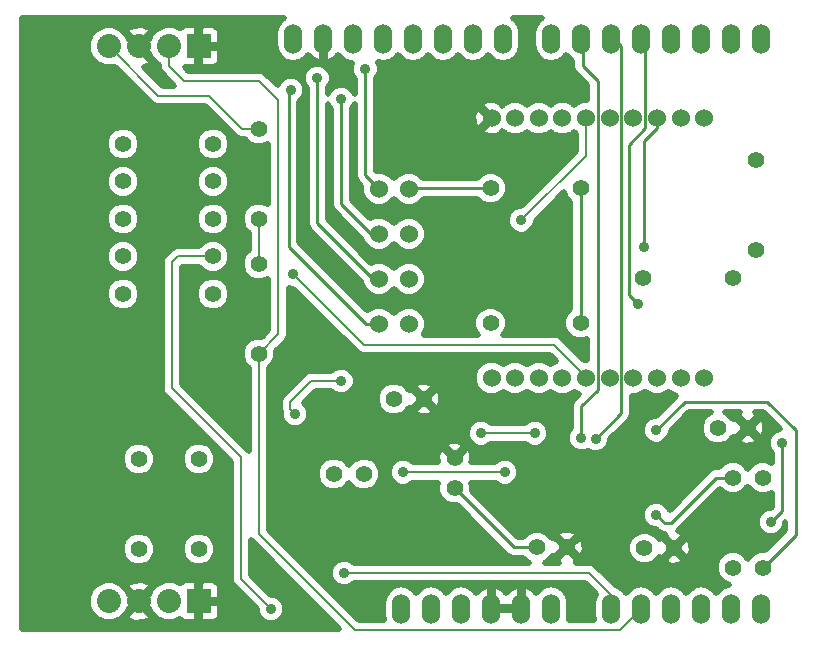
<source format=gbl>
G04 (created by PCBNEW (2013-07-07 BZR 4022)-stable) date 1/23/2017 8:00:41 PM*
%MOIN*%
G04 Gerber Fmt 3.4, Leading zero omitted, Abs format*
%FSLAX34Y34*%
G01*
G70*
G90*
G04 APERTURE LIST*
%ADD10C,0.00590551*%
%ADD11C,0.055*%
%ADD12R,0.08X0.08*%
%ADD13C,0.08*%
%ADD14O,0.06X0.1*%
%ADD15C,0.06*%
%ADD16C,0.035*%
%ADD17C,0.008*%
%ADD18C,0.01*%
%ADD19C,0.02*%
G04 APERTURE END LIST*
G54D10*
G54D11*
X56000Y-41000D03*
X57000Y-41000D03*
X54000Y-43500D03*
X55000Y-43500D03*
G54D12*
X49500Y-29250D03*
G54D13*
X48500Y-29250D03*
X47500Y-29250D03*
X46500Y-29250D03*
G54D12*
X49500Y-47750D03*
G54D13*
X48500Y-47750D03*
X47500Y-47750D03*
X46500Y-47750D03*
G54D11*
X49975Y-36250D03*
X46975Y-36250D03*
X51500Y-36500D03*
X51500Y-39500D03*
X51500Y-32000D03*
X51500Y-35000D03*
X47500Y-46000D03*
X47500Y-43000D03*
X49500Y-43000D03*
X49500Y-46000D03*
X62225Y-33975D03*
X59225Y-33975D03*
X68075Y-36025D03*
X68075Y-33025D03*
X62225Y-38475D03*
X59225Y-38475D03*
X67300Y-36975D03*
X64300Y-36975D03*
X49975Y-37500D03*
X46975Y-37500D03*
X49975Y-35000D03*
X46975Y-35000D03*
X49975Y-33750D03*
X46975Y-33750D03*
X49975Y-32500D03*
X46975Y-32500D03*
X67300Y-43625D03*
X67300Y-46625D03*
X68300Y-43625D03*
X68300Y-46625D03*
X64350Y-45975D03*
X65350Y-45975D03*
X66800Y-41975D03*
X67800Y-41975D03*
X58025Y-43975D03*
X58025Y-42975D03*
X60775Y-45950D03*
X61775Y-45950D03*
G54D14*
X68250Y-48000D03*
X67250Y-48000D03*
X66250Y-48000D03*
X63250Y-48000D03*
X64250Y-48000D03*
X65250Y-48000D03*
X61250Y-48000D03*
X60250Y-48000D03*
X59250Y-48000D03*
X57250Y-48000D03*
X56250Y-48000D03*
X68250Y-29000D03*
X67250Y-29000D03*
X66250Y-29000D03*
X65250Y-29000D03*
X64250Y-29000D03*
X63250Y-29000D03*
X62250Y-29000D03*
X61250Y-29000D03*
X59650Y-29000D03*
X58650Y-29000D03*
X57650Y-29000D03*
X56650Y-29000D03*
X55650Y-29000D03*
X54650Y-29000D03*
X53650Y-29000D03*
X52650Y-29000D03*
X58250Y-48000D03*
G54D15*
X55500Y-38500D03*
X56500Y-38500D03*
X55500Y-37000D03*
X56500Y-37000D03*
X55500Y-35500D03*
X56500Y-35500D03*
X55500Y-34000D03*
X56500Y-34000D03*
X65555Y-31645D03*
X64768Y-31645D03*
X63981Y-31645D03*
X63193Y-31645D03*
X62407Y-31645D03*
X61619Y-31645D03*
X60832Y-31645D03*
X60045Y-31645D03*
X59257Y-31645D03*
X59257Y-40305D03*
X60045Y-40305D03*
X60832Y-40305D03*
X61619Y-40305D03*
X62407Y-40305D03*
X63193Y-40305D03*
X63981Y-40305D03*
X64768Y-40305D03*
X65555Y-40305D03*
X66343Y-40305D03*
X66350Y-31650D03*
G54D16*
X51900Y-48000D03*
X54250Y-40400D03*
X52700Y-41500D03*
X64750Y-44875D03*
X64325Y-35950D03*
X52650Y-36850D03*
X53450Y-30300D03*
X55050Y-30000D03*
X63675Y-42975D03*
X61325Y-42225D03*
X64125Y-37825D03*
X68950Y-42475D03*
X68575Y-45100D03*
X62725Y-42325D03*
X62250Y-42300D03*
X60250Y-35050D03*
X56300Y-43450D03*
X59700Y-43450D03*
X64750Y-42050D03*
X60700Y-42150D03*
X58900Y-42150D03*
X54350Y-46800D03*
X52575Y-30700D03*
X54250Y-31000D03*
G54D17*
X49975Y-36250D02*
X48800Y-36250D01*
X50900Y-47000D02*
X51900Y-48000D01*
X50900Y-42950D02*
X50900Y-47000D01*
X48600Y-40650D02*
X50900Y-42950D01*
X48600Y-36450D02*
X48600Y-40650D01*
X48800Y-36250D02*
X48600Y-36450D01*
X53250Y-40400D02*
X54250Y-40400D01*
X52550Y-41100D02*
X53250Y-40400D01*
X52550Y-41350D02*
X52550Y-41100D01*
X52700Y-41500D02*
X52550Y-41350D01*
G54D18*
X60775Y-45950D02*
X60000Y-45950D01*
X60000Y-45950D02*
X58025Y-43975D01*
X66750Y-43625D02*
X67300Y-43625D01*
X65225Y-45150D02*
X66750Y-43625D01*
X65025Y-45150D02*
X65225Y-45150D01*
X64750Y-44875D02*
X65025Y-45150D01*
G54D17*
X51500Y-35000D02*
X51500Y-36500D01*
G54D18*
X62225Y-38475D02*
X62225Y-33975D01*
X64768Y-31645D02*
X64768Y-31957D01*
X64325Y-32400D02*
X64325Y-35950D01*
X64768Y-31957D02*
X64325Y-32400D01*
G54D17*
X62407Y-40305D02*
X62407Y-40257D01*
X55000Y-39200D02*
X52650Y-36850D01*
X61350Y-39200D02*
X55000Y-39200D01*
X62407Y-40257D02*
X61350Y-39200D01*
G54D18*
X55300Y-37000D02*
X55500Y-37000D01*
X53450Y-35150D02*
X55300Y-37000D01*
X53450Y-30300D02*
X53450Y-35150D01*
X55537Y-36962D02*
X55550Y-36975D01*
X55050Y-30000D02*
X55050Y-33550D01*
X55050Y-33550D02*
X55500Y-34000D01*
X64375Y-29050D02*
X64300Y-28975D01*
X64375Y-31975D02*
X64375Y-29050D01*
X63825Y-32525D02*
X64375Y-31975D01*
X63825Y-37525D02*
X63825Y-32525D01*
X64125Y-37825D02*
X63825Y-37525D01*
X68950Y-44725D02*
X68950Y-42475D01*
X68575Y-45100D02*
X68950Y-44725D01*
X63575Y-29250D02*
X63300Y-28975D01*
X63575Y-41475D02*
X63575Y-29250D01*
X62725Y-42325D02*
X63575Y-41475D01*
X62300Y-28975D02*
X62300Y-29900D01*
X62250Y-41250D02*
X62250Y-42300D01*
X62800Y-40700D02*
X62250Y-41250D01*
X62800Y-30400D02*
X62800Y-40700D01*
X62300Y-29900D02*
X62800Y-30400D01*
G54D17*
X51500Y-32000D02*
X50950Y-32000D01*
X48150Y-30900D02*
X46500Y-29250D01*
X49850Y-30900D02*
X48150Y-30900D01*
X50950Y-32000D02*
X49850Y-30900D01*
G54D18*
X59225Y-33975D02*
X56525Y-33975D01*
X56525Y-33975D02*
X56500Y-34000D01*
G54D17*
X62407Y-32893D02*
X62407Y-31645D01*
X60250Y-35050D02*
X62407Y-32893D01*
X56300Y-43450D02*
X59700Y-43450D01*
G54D18*
X69400Y-45525D02*
X68300Y-46625D01*
X69400Y-42050D02*
X69400Y-45525D01*
X68450Y-41100D02*
X69400Y-42050D01*
X65700Y-41100D02*
X68450Y-41100D01*
X64750Y-42050D02*
X65700Y-41100D01*
G54D17*
X58900Y-42150D02*
X60700Y-42150D01*
X63250Y-48000D02*
X63250Y-47550D01*
X62500Y-46800D02*
X54350Y-46800D01*
X63250Y-47550D02*
X62500Y-46800D01*
X48500Y-29250D02*
X48500Y-29900D01*
X52150Y-38850D02*
X51500Y-39500D01*
X52150Y-31050D02*
X52150Y-38850D01*
X51500Y-30400D02*
X52150Y-31050D01*
X49000Y-30400D02*
X51500Y-30400D01*
X48500Y-29900D02*
X49000Y-30400D01*
X51500Y-39500D02*
X51500Y-45500D01*
X63550Y-48700D02*
X64250Y-48000D01*
X54700Y-48700D02*
X63550Y-48700D01*
X51500Y-45500D02*
X54700Y-48700D01*
G54D18*
X55500Y-38500D02*
X55075Y-38500D01*
X52575Y-30700D02*
X52500Y-30775D01*
X52500Y-30775D02*
X52500Y-35925D01*
X52500Y-35925D02*
X55050Y-38475D01*
X55075Y-38500D02*
X55050Y-38475D01*
X55250Y-35500D02*
X55500Y-35500D01*
X54250Y-34500D02*
X55250Y-35500D01*
X54250Y-31000D02*
X54250Y-34500D01*
G54D10*
G36*
X62450Y-39705D02*
X62335Y-39704D01*
X61590Y-38959D01*
X61480Y-38885D01*
X61350Y-38860D01*
X59653Y-38860D01*
X59712Y-38801D01*
X59799Y-38589D01*
X59800Y-38361D01*
X59712Y-38149D01*
X59551Y-37987D01*
X59339Y-37900D01*
X59111Y-37899D01*
X58899Y-37987D01*
X58737Y-38148D01*
X58650Y-38360D01*
X58649Y-38588D01*
X58737Y-38800D01*
X58796Y-38860D01*
X56988Y-38860D01*
X57008Y-38840D01*
X57099Y-38619D01*
X57100Y-38381D01*
X57008Y-38160D01*
X56840Y-37991D01*
X56619Y-37900D01*
X56381Y-37899D01*
X56160Y-37991D01*
X55999Y-38151D01*
X55840Y-37991D01*
X55619Y-37900D01*
X55381Y-37899D01*
X55160Y-37991D01*
X55110Y-38040D01*
X52850Y-35780D01*
X52850Y-31096D01*
X52977Y-30969D01*
X53049Y-30794D01*
X53050Y-30605D01*
X52977Y-30431D01*
X52844Y-30297D01*
X52669Y-30225D01*
X52480Y-30224D01*
X52306Y-30297D01*
X52172Y-30430D01*
X52125Y-30544D01*
X51740Y-30159D01*
X51630Y-30085D01*
X51500Y-30060D01*
X50200Y-30060D01*
X50200Y-29590D01*
X50200Y-28909D01*
X50199Y-28790D01*
X50154Y-28679D01*
X50069Y-28595D01*
X49959Y-28549D01*
X49625Y-28550D01*
X49550Y-28625D01*
X49550Y-29200D01*
X50125Y-29200D01*
X50200Y-29125D01*
X50200Y-28909D01*
X50200Y-29590D01*
X50200Y-29375D01*
X50125Y-29300D01*
X49550Y-29300D01*
X49550Y-29875D01*
X49625Y-29950D01*
X49959Y-29950D01*
X50069Y-29904D01*
X50154Y-29820D01*
X50199Y-29709D01*
X50200Y-29590D01*
X50200Y-30060D01*
X49140Y-30060D01*
X49024Y-29943D01*
X49040Y-29950D01*
X49375Y-29950D01*
X49450Y-29875D01*
X49450Y-29300D01*
X49442Y-29300D01*
X49442Y-29200D01*
X49450Y-29200D01*
X49450Y-28625D01*
X49375Y-28550D01*
X49040Y-28549D01*
X48930Y-28595D01*
X48877Y-28648D01*
X48639Y-28550D01*
X48361Y-28549D01*
X48104Y-28656D01*
X47914Y-28844D01*
X47914Y-28764D01*
X47878Y-28644D01*
X47617Y-28546D01*
X47339Y-28554D01*
X47121Y-28644D01*
X47085Y-28764D01*
X47500Y-29179D01*
X47914Y-28764D01*
X47914Y-28844D01*
X47906Y-28852D01*
X47863Y-28956D01*
X47570Y-29250D01*
X47863Y-29542D01*
X47906Y-29646D01*
X48102Y-29843D01*
X48160Y-29866D01*
X48160Y-29900D01*
X48185Y-30030D01*
X48259Y-30140D01*
X48679Y-30560D01*
X48290Y-30560D01*
X47671Y-29940D01*
X47878Y-29855D01*
X47914Y-29735D01*
X47500Y-29320D01*
X47494Y-29326D01*
X47423Y-29255D01*
X47429Y-29250D01*
X47136Y-28957D01*
X47093Y-28854D01*
X46897Y-28656D01*
X46639Y-28550D01*
X46361Y-28549D01*
X46104Y-28656D01*
X45906Y-28852D01*
X45800Y-29110D01*
X45799Y-29388D01*
X45906Y-29646D01*
X46102Y-29843D01*
X46360Y-29949D01*
X46638Y-29950D01*
X46695Y-29926D01*
X47909Y-31140D01*
X48019Y-31214D01*
X48150Y-31240D01*
X49709Y-31240D01*
X50709Y-32240D01*
X50709Y-32240D01*
X50783Y-32289D01*
X50819Y-32314D01*
X50819Y-32314D01*
X50950Y-32340D01*
X51026Y-32340D01*
X51173Y-32487D01*
X51385Y-32574D01*
X51613Y-32575D01*
X51810Y-32494D01*
X51810Y-34506D01*
X51614Y-34425D01*
X51386Y-34424D01*
X51174Y-34512D01*
X51012Y-34673D01*
X50925Y-34885D01*
X50924Y-35113D01*
X51012Y-35325D01*
X51160Y-35473D01*
X51160Y-36026D01*
X51012Y-36173D01*
X50925Y-36385D01*
X50924Y-36613D01*
X51012Y-36825D01*
X51173Y-36987D01*
X51385Y-37074D01*
X51613Y-37075D01*
X51810Y-36994D01*
X51810Y-38709D01*
X51594Y-38925D01*
X51386Y-38924D01*
X51174Y-39012D01*
X51012Y-39173D01*
X50925Y-39385D01*
X50924Y-39613D01*
X51012Y-39825D01*
X51160Y-39973D01*
X51160Y-42738D01*
X51140Y-42709D01*
X51140Y-42709D01*
X50550Y-42119D01*
X50550Y-37386D01*
X50462Y-37174D01*
X50301Y-37012D01*
X50089Y-36925D01*
X49861Y-36924D01*
X49649Y-37012D01*
X49487Y-37173D01*
X49400Y-37385D01*
X49399Y-37613D01*
X49487Y-37825D01*
X49648Y-37987D01*
X49860Y-38074D01*
X50088Y-38075D01*
X50300Y-37987D01*
X50462Y-37826D01*
X50549Y-37614D01*
X50550Y-37386D01*
X50550Y-42119D01*
X48940Y-40509D01*
X48940Y-36590D01*
X48940Y-36590D01*
X49501Y-36590D01*
X49648Y-36737D01*
X49860Y-36824D01*
X50088Y-36825D01*
X50300Y-36737D01*
X50462Y-36576D01*
X50549Y-36364D01*
X50550Y-36136D01*
X50550Y-34886D01*
X50550Y-33636D01*
X50550Y-32386D01*
X50462Y-32174D01*
X50301Y-32012D01*
X50089Y-31925D01*
X49861Y-31924D01*
X49649Y-32012D01*
X49487Y-32173D01*
X49400Y-32385D01*
X49399Y-32613D01*
X49487Y-32825D01*
X49648Y-32987D01*
X49860Y-33074D01*
X50088Y-33075D01*
X50300Y-32987D01*
X50462Y-32826D01*
X50549Y-32614D01*
X50550Y-32386D01*
X50550Y-33636D01*
X50462Y-33424D01*
X50301Y-33262D01*
X50089Y-33175D01*
X49861Y-33174D01*
X49649Y-33262D01*
X49487Y-33423D01*
X49400Y-33635D01*
X49399Y-33863D01*
X49487Y-34075D01*
X49648Y-34237D01*
X49860Y-34324D01*
X50088Y-34325D01*
X50300Y-34237D01*
X50462Y-34076D01*
X50549Y-33864D01*
X50550Y-33636D01*
X50550Y-34886D01*
X50462Y-34674D01*
X50301Y-34512D01*
X50089Y-34425D01*
X49861Y-34424D01*
X49649Y-34512D01*
X49487Y-34673D01*
X49400Y-34885D01*
X49399Y-35113D01*
X49487Y-35325D01*
X49648Y-35487D01*
X49860Y-35574D01*
X50088Y-35575D01*
X50300Y-35487D01*
X50462Y-35326D01*
X50549Y-35114D01*
X50550Y-34886D01*
X50550Y-36136D01*
X50462Y-35924D01*
X50301Y-35762D01*
X50089Y-35675D01*
X49861Y-35674D01*
X49649Y-35762D01*
X49501Y-35910D01*
X48800Y-35910D01*
X48669Y-35935D01*
X48633Y-35960D01*
X48559Y-36009D01*
X48359Y-36209D01*
X48285Y-36319D01*
X48260Y-36450D01*
X48260Y-40650D01*
X48285Y-40780D01*
X48359Y-40890D01*
X50560Y-43090D01*
X50560Y-47000D01*
X50585Y-47130D01*
X50659Y-47240D01*
X51424Y-48005D01*
X51424Y-48094D01*
X51497Y-48268D01*
X51630Y-48402D01*
X51805Y-48474D01*
X51994Y-48475D01*
X52168Y-48402D01*
X52302Y-48269D01*
X52374Y-48094D01*
X52375Y-47905D01*
X52302Y-47731D01*
X52169Y-47597D01*
X51994Y-47525D01*
X51905Y-47525D01*
X51240Y-46859D01*
X51240Y-45711D01*
X51259Y-45740D01*
X54174Y-48655D01*
X50200Y-48655D01*
X50200Y-48090D01*
X50200Y-47409D01*
X50199Y-47290D01*
X50154Y-47179D01*
X50075Y-47100D01*
X50075Y-45886D01*
X50075Y-42886D01*
X49987Y-42674D01*
X49826Y-42512D01*
X49614Y-42425D01*
X49386Y-42424D01*
X49174Y-42512D01*
X49012Y-42673D01*
X48925Y-42885D01*
X48924Y-43113D01*
X49012Y-43325D01*
X49173Y-43487D01*
X49385Y-43574D01*
X49613Y-43575D01*
X49825Y-43487D01*
X49987Y-43326D01*
X50074Y-43114D01*
X50075Y-42886D01*
X50075Y-45886D01*
X49987Y-45674D01*
X49826Y-45512D01*
X49614Y-45425D01*
X49386Y-45424D01*
X49174Y-45512D01*
X49012Y-45673D01*
X48925Y-45885D01*
X48924Y-46113D01*
X49012Y-46325D01*
X49173Y-46487D01*
X49385Y-46574D01*
X49613Y-46575D01*
X49825Y-46487D01*
X49987Y-46326D01*
X50074Y-46114D01*
X50075Y-45886D01*
X50075Y-47100D01*
X50069Y-47095D01*
X49959Y-47049D01*
X49625Y-47050D01*
X49550Y-47125D01*
X49550Y-47700D01*
X50125Y-47700D01*
X50200Y-47625D01*
X50200Y-47409D01*
X50200Y-48090D01*
X50200Y-47875D01*
X50125Y-47800D01*
X49550Y-47800D01*
X49550Y-48375D01*
X49625Y-48450D01*
X49959Y-48450D01*
X50069Y-48404D01*
X50154Y-48320D01*
X50199Y-48209D01*
X50200Y-48090D01*
X50200Y-48655D01*
X49450Y-48655D01*
X49450Y-48375D01*
X49450Y-47800D01*
X49442Y-47800D01*
X49442Y-47700D01*
X49450Y-47700D01*
X49450Y-47125D01*
X49375Y-47050D01*
X49040Y-47049D01*
X48930Y-47095D01*
X48877Y-47148D01*
X48639Y-47050D01*
X48361Y-47049D01*
X48104Y-47156D01*
X48075Y-47185D01*
X48075Y-45886D01*
X48075Y-42886D01*
X47987Y-42674D01*
X47826Y-42512D01*
X47614Y-42425D01*
X47550Y-42425D01*
X47550Y-37386D01*
X47550Y-36136D01*
X47550Y-34886D01*
X47550Y-33636D01*
X47550Y-32386D01*
X47462Y-32174D01*
X47301Y-32012D01*
X47089Y-31925D01*
X46861Y-31924D01*
X46649Y-32012D01*
X46487Y-32173D01*
X46400Y-32385D01*
X46399Y-32613D01*
X46487Y-32825D01*
X46648Y-32987D01*
X46860Y-33074D01*
X47088Y-33075D01*
X47300Y-32987D01*
X47462Y-32826D01*
X47549Y-32614D01*
X47550Y-32386D01*
X47550Y-33636D01*
X47462Y-33424D01*
X47301Y-33262D01*
X47089Y-33175D01*
X46861Y-33174D01*
X46649Y-33262D01*
X46487Y-33423D01*
X46400Y-33635D01*
X46399Y-33863D01*
X46487Y-34075D01*
X46648Y-34237D01*
X46860Y-34324D01*
X47088Y-34325D01*
X47300Y-34237D01*
X47462Y-34076D01*
X47549Y-33864D01*
X47550Y-33636D01*
X47550Y-34886D01*
X47462Y-34674D01*
X47301Y-34512D01*
X47089Y-34425D01*
X46861Y-34424D01*
X46649Y-34512D01*
X46487Y-34673D01*
X46400Y-34885D01*
X46399Y-35113D01*
X46487Y-35325D01*
X46648Y-35487D01*
X46860Y-35574D01*
X47088Y-35575D01*
X47300Y-35487D01*
X47462Y-35326D01*
X47549Y-35114D01*
X47550Y-34886D01*
X47550Y-36136D01*
X47462Y-35924D01*
X47301Y-35762D01*
X47089Y-35675D01*
X46861Y-35674D01*
X46649Y-35762D01*
X46487Y-35923D01*
X46400Y-36135D01*
X46399Y-36363D01*
X46487Y-36575D01*
X46648Y-36737D01*
X46860Y-36824D01*
X47088Y-36825D01*
X47300Y-36737D01*
X47462Y-36576D01*
X47549Y-36364D01*
X47550Y-36136D01*
X47550Y-37386D01*
X47462Y-37174D01*
X47301Y-37012D01*
X47089Y-36925D01*
X46861Y-36924D01*
X46649Y-37012D01*
X46487Y-37173D01*
X46400Y-37385D01*
X46399Y-37613D01*
X46487Y-37825D01*
X46648Y-37987D01*
X46860Y-38074D01*
X47088Y-38075D01*
X47300Y-37987D01*
X47462Y-37826D01*
X47549Y-37614D01*
X47550Y-37386D01*
X47550Y-42425D01*
X47386Y-42424D01*
X47174Y-42512D01*
X47012Y-42673D01*
X46925Y-42885D01*
X46924Y-43113D01*
X47012Y-43325D01*
X47173Y-43487D01*
X47385Y-43574D01*
X47613Y-43575D01*
X47825Y-43487D01*
X47987Y-43326D01*
X48074Y-43114D01*
X48075Y-42886D01*
X48075Y-45886D01*
X47987Y-45674D01*
X47826Y-45512D01*
X47614Y-45425D01*
X47386Y-45424D01*
X47174Y-45512D01*
X47012Y-45673D01*
X46925Y-45885D01*
X46924Y-46113D01*
X47012Y-46325D01*
X47173Y-46487D01*
X47385Y-46574D01*
X47613Y-46575D01*
X47825Y-46487D01*
X47987Y-46326D01*
X48074Y-46114D01*
X48075Y-45886D01*
X48075Y-47185D01*
X47914Y-47344D01*
X47914Y-47264D01*
X47878Y-47144D01*
X47617Y-47046D01*
X47339Y-47054D01*
X47121Y-47144D01*
X47085Y-47264D01*
X47500Y-47679D01*
X47914Y-47264D01*
X47914Y-47344D01*
X47906Y-47352D01*
X47863Y-47456D01*
X47570Y-47750D01*
X47863Y-48042D01*
X47906Y-48146D01*
X48102Y-48343D01*
X48360Y-48449D01*
X48638Y-48450D01*
X48877Y-48351D01*
X48930Y-48404D01*
X49040Y-48450D01*
X49375Y-48450D01*
X49450Y-48375D01*
X49450Y-48655D01*
X47914Y-48655D01*
X47914Y-48235D01*
X47500Y-47820D01*
X47429Y-47891D01*
X47429Y-47750D01*
X47136Y-47457D01*
X47093Y-47354D01*
X46897Y-47156D01*
X46639Y-47050D01*
X46361Y-47049D01*
X46104Y-47156D01*
X45906Y-47352D01*
X45800Y-47610D01*
X45799Y-47888D01*
X45906Y-48146D01*
X46102Y-48343D01*
X46360Y-48449D01*
X46638Y-48450D01*
X46896Y-48343D01*
X47093Y-48147D01*
X47136Y-48043D01*
X47429Y-47750D01*
X47429Y-47891D01*
X47085Y-48235D01*
X47121Y-48355D01*
X47382Y-48453D01*
X47660Y-48445D01*
X47878Y-48355D01*
X47914Y-48235D01*
X47914Y-48655D01*
X43619Y-48655D01*
X43619Y-28294D01*
X52323Y-28294D01*
X52225Y-28360D01*
X52095Y-28554D01*
X52050Y-28784D01*
X52050Y-29215D01*
X52095Y-29445D01*
X52225Y-29639D01*
X52420Y-29770D01*
X52650Y-29815D01*
X52879Y-29770D01*
X53074Y-29639D01*
X53152Y-29523D01*
X53261Y-29659D01*
X53466Y-29773D01*
X53507Y-29782D01*
X53600Y-29722D01*
X53600Y-29050D01*
X53592Y-29050D01*
X53592Y-28950D01*
X53600Y-28950D01*
X53600Y-28942D01*
X53700Y-28942D01*
X53700Y-28950D01*
X53707Y-28950D01*
X53707Y-29050D01*
X53700Y-29050D01*
X53700Y-29722D01*
X53792Y-29782D01*
X53833Y-29773D01*
X54038Y-29659D01*
X54147Y-29523D01*
X54225Y-29639D01*
X54420Y-29770D01*
X54615Y-29808D01*
X54575Y-29905D01*
X54574Y-30094D01*
X54647Y-30268D01*
X54700Y-30321D01*
X54700Y-30845D01*
X54652Y-30731D01*
X54519Y-30597D01*
X54344Y-30525D01*
X54155Y-30524D01*
X53981Y-30597D01*
X53847Y-30730D01*
X53800Y-30845D01*
X53800Y-30621D01*
X53852Y-30569D01*
X53924Y-30394D01*
X53925Y-30205D01*
X53852Y-30031D01*
X53719Y-29897D01*
X53544Y-29825D01*
X53355Y-29824D01*
X53181Y-29897D01*
X53047Y-30030D01*
X52975Y-30205D01*
X52974Y-30394D01*
X53047Y-30568D01*
X53100Y-30621D01*
X53100Y-35150D01*
X53126Y-35283D01*
X53202Y-35397D01*
X54899Y-37094D01*
X54899Y-37118D01*
X54991Y-37339D01*
X55159Y-37508D01*
X55380Y-37599D01*
X55618Y-37600D01*
X55839Y-37508D01*
X56000Y-37348D01*
X56159Y-37508D01*
X56380Y-37599D01*
X56618Y-37600D01*
X56839Y-37508D01*
X57008Y-37340D01*
X57099Y-37119D01*
X57100Y-36881D01*
X57008Y-36660D01*
X56840Y-36491D01*
X56619Y-36400D01*
X56381Y-36399D01*
X56160Y-36491D01*
X55999Y-36651D01*
X55840Y-36491D01*
X55619Y-36400D01*
X55381Y-36399D01*
X55249Y-36454D01*
X53800Y-35005D01*
X53800Y-31154D01*
X53847Y-31268D01*
X53900Y-31321D01*
X53900Y-34500D01*
X53926Y-34633D01*
X54002Y-34747D01*
X54918Y-35663D01*
X54991Y-35839D01*
X55159Y-36008D01*
X55380Y-36099D01*
X55618Y-36100D01*
X55839Y-36008D01*
X56000Y-35848D01*
X56159Y-36008D01*
X56380Y-36099D01*
X56618Y-36100D01*
X56839Y-36008D01*
X57008Y-35840D01*
X57099Y-35619D01*
X57100Y-35381D01*
X57008Y-35160D01*
X56840Y-34991D01*
X56619Y-34900D01*
X56381Y-34899D01*
X56160Y-34991D01*
X55999Y-35151D01*
X55840Y-34991D01*
X55619Y-34900D01*
X55381Y-34899D01*
X55213Y-34968D01*
X54600Y-34355D01*
X54600Y-31321D01*
X54652Y-31269D01*
X54700Y-31154D01*
X54700Y-33550D01*
X54726Y-33683D01*
X54802Y-33797D01*
X54900Y-33895D01*
X54899Y-34118D01*
X54991Y-34339D01*
X55159Y-34508D01*
X55380Y-34599D01*
X55618Y-34600D01*
X55839Y-34508D01*
X56000Y-34348D01*
X56159Y-34508D01*
X56380Y-34599D01*
X56618Y-34600D01*
X56839Y-34508D01*
X57008Y-34340D01*
X57014Y-34325D01*
X58761Y-34325D01*
X58898Y-34462D01*
X59110Y-34549D01*
X59338Y-34550D01*
X59550Y-34462D01*
X59712Y-34301D01*
X59799Y-34089D01*
X59800Y-33861D01*
X59712Y-33649D01*
X59599Y-33536D01*
X59551Y-33487D01*
X59339Y-33400D01*
X59111Y-33399D01*
X58899Y-33487D01*
X58761Y-33625D01*
X56973Y-33625D01*
X56840Y-33491D01*
X56619Y-33400D01*
X56381Y-33399D01*
X56160Y-33491D01*
X55999Y-33651D01*
X55840Y-33491D01*
X55619Y-33400D01*
X55400Y-33399D01*
X55400Y-30321D01*
X55452Y-30269D01*
X55524Y-30094D01*
X55525Y-29905D01*
X55473Y-29780D01*
X55650Y-29815D01*
X55879Y-29770D01*
X56074Y-29639D01*
X56150Y-29526D01*
X56225Y-29639D01*
X56420Y-29770D01*
X56650Y-29815D01*
X56879Y-29770D01*
X57074Y-29639D01*
X57150Y-29526D01*
X57225Y-29639D01*
X57420Y-29770D01*
X57650Y-29815D01*
X57879Y-29770D01*
X58074Y-29639D01*
X58150Y-29526D01*
X58225Y-29639D01*
X58420Y-29770D01*
X58650Y-29815D01*
X58879Y-29770D01*
X59074Y-29639D01*
X59150Y-29526D01*
X59225Y-29639D01*
X59420Y-29770D01*
X59650Y-29815D01*
X59879Y-29770D01*
X60074Y-29639D01*
X60204Y-29445D01*
X60250Y-29215D01*
X60250Y-28784D01*
X60204Y-28554D01*
X60074Y-28360D01*
X59976Y-28294D01*
X60923Y-28294D01*
X60825Y-28360D01*
X60695Y-28554D01*
X60650Y-28784D01*
X60650Y-29215D01*
X60695Y-29445D01*
X60825Y-29639D01*
X61020Y-29770D01*
X61250Y-29815D01*
X61479Y-29770D01*
X61674Y-29639D01*
X61750Y-29526D01*
X61825Y-29639D01*
X61950Y-29722D01*
X61950Y-29900D01*
X61976Y-30033D01*
X62052Y-30147D01*
X62450Y-30544D01*
X62450Y-31045D01*
X62288Y-31044D01*
X62067Y-31136D01*
X62013Y-31190D01*
X61959Y-31136D01*
X61738Y-31045D01*
X61500Y-31044D01*
X61279Y-31136D01*
X61225Y-31189D01*
X61172Y-31136D01*
X60951Y-31045D01*
X60713Y-31044D01*
X60492Y-31136D01*
X60438Y-31189D01*
X60385Y-31136D01*
X60164Y-31045D01*
X59926Y-31044D01*
X59705Y-31136D01*
X59657Y-31183D01*
X59652Y-31178D01*
X59599Y-31231D01*
X59574Y-31122D01*
X59350Y-31040D01*
X59112Y-31050D01*
X58939Y-31122D01*
X58914Y-31231D01*
X59257Y-31574D01*
X59262Y-31568D01*
X59333Y-31639D01*
X59327Y-31645D01*
X59333Y-31650D01*
X59262Y-31721D01*
X59257Y-31715D01*
X59186Y-31786D01*
X59186Y-31645D01*
X58843Y-31302D01*
X58734Y-31327D01*
X58652Y-31551D01*
X58662Y-31789D01*
X58734Y-31962D01*
X58843Y-31987D01*
X59186Y-31645D01*
X59186Y-31786D01*
X58914Y-32058D01*
X58939Y-32167D01*
X59163Y-32249D01*
X59401Y-32239D01*
X59574Y-32167D01*
X59599Y-32058D01*
X59599Y-32058D01*
X59652Y-32111D01*
X59657Y-32106D01*
X59704Y-32153D01*
X59925Y-32244D01*
X60163Y-32245D01*
X60384Y-32153D01*
X60438Y-32100D01*
X60491Y-32153D01*
X60712Y-32244D01*
X60950Y-32245D01*
X61171Y-32153D01*
X61225Y-32100D01*
X61278Y-32153D01*
X61499Y-32244D01*
X61737Y-32245D01*
X61958Y-32153D01*
X62012Y-32099D01*
X62066Y-32153D01*
X62067Y-32153D01*
X62067Y-32752D01*
X60244Y-34574D01*
X60155Y-34574D01*
X59981Y-34647D01*
X59847Y-34780D01*
X59775Y-34955D01*
X59774Y-35144D01*
X59847Y-35318D01*
X59980Y-35452D01*
X60155Y-35524D01*
X60344Y-35525D01*
X60518Y-35452D01*
X60652Y-35319D01*
X60724Y-35144D01*
X60724Y-35055D01*
X61662Y-34118D01*
X61737Y-34300D01*
X61875Y-34438D01*
X61875Y-38011D01*
X61737Y-38148D01*
X61650Y-38360D01*
X61649Y-38588D01*
X61737Y-38800D01*
X61898Y-38962D01*
X62110Y-39049D01*
X62338Y-39050D01*
X62450Y-39004D01*
X62450Y-39705D01*
X62450Y-39705D01*
G37*
G54D19*
X62450Y-39705D02*
X62335Y-39704D01*
X61590Y-38959D01*
X61480Y-38885D01*
X61350Y-38860D01*
X59653Y-38860D01*
X59712Y-38801D01*
X59799Y-38589D01*
X59800Y-38361D01*
X59712Y-38149D01*
X59551Y-37987D01*
X59339Y-37900D01*
X59111Y-37899D01*
X58899Y-37987D01*
X58737Y-38148D01*
X58650Y-38360D01*
X58649Y-38588D01*
X58737Y-38800D01*
X58796Y-38860D01*
X56988Y-38860D01*
X57008Y-38840D01*
X57099Y-38619D01*
X57100Y-38381D01*
X57008Y-38160D01*
X56840Y-37991D01*
X56619Y-37900D01*
X56381Y-37899D01*
X56160Y-37991D01*
X55999Y-38151D01*
X55840Y-37991D01*
X55619Y-37900D01*
X55381Y-37899D01*
X55160Y-37991D01*
X55110Y-38040D01*
X52850Y-35780D01*
X52850Y-31096D01*
X52977Y-30969D01*
X53049Y-30794D01*
X53050Y-30605D01*
X52977Y-30431D01*
X52844Y-30297D01*
X52669Y-30225D01*
X52480Y-30224D01*
X52306Y-30297D01*
X52172Y-30430D01*
X52125Y-30544D01*
X51740Y-30159D01*
X51630Y-30085D01*
X51500Y-30060D01*
X50200Y-30060D01*
X50200Y-29590D01*
X50200Y-28909D01*
X50199Y-28790D01*
X50154Y-28679D01*
X50069Y-28595D01*
X49959Y-28549D01*
X49625Y-28550D01*
X49550Y-28625D01*
X49550Y-29200D01*
X50125Y-29200D01*
X50200Y-29125D01*
X50200Y-28909D01*
X50200Y-29590D01*
X50200Y-29375D01*
X50125Y-29300D01*
X49550Y-29300D01*
X49550Y-29875D01*
X49625Y-29950D01*
X49959Y-29950D01*
X50069Y-29904D01*
X50154Y-29820D01*
X50199Y-29709D01*
X50200Y-29590D01*
X50200Y-30060D01*
X49140Y-30060D01*
X49024Y-29943D01*
X49040Y-29950D01*
X49375Y-29950D01*
X49450Y-29875D01*
X49450Y-29300D01*
X49442Y-29300D01*
X49442Y-29200D01*
X49450Y-29200D01*
X49450Y-28625D01*
X49375Y-28550D01*
X49040Y-28549D01*
X48930Y-28595D01*
X48877Y-28648D01*
X48639Y-28550D01*
X48361Y-28549D01*
X48104Y-28656D01*
X47914Y-28844D01*
X47914Y-28764D01*
X47878Y-28644D01*
X47617Y-28546D01*
X47339Y-28554D01*
X47121Y-28644D01*
X47085Y-28764D01*
X47500Y-29179D01*
X47914Y-28764D01*
X47914Y-28844D01*
X47906Y-28852D01*
X47863Y-28956D01*
X47570Y-29250D01*
X47863Y-29542D01*
X47906Y-29646D01*
X48102Y-29843D01*
X48160Y-29866D01*
X48160Y-29900D01*
X48185Y-30030D01*
X48259Y-30140D01*
X48679Y-30560D01*
X48290Y-30560D01*
X47671Y-29940D01*
X47878Y-29855D01*
X47914Y-29735D01*
X47500Y-29320D01*
X47494Y-29326D01*
X47423Y-29255D01*
X47429Y-29250D01*
X47136Y-28957D01*
X47093Y-28854D01*
X46897Y-28656D01*
X46639Y-28550D01*
X46361Y-28549D01*
X46104Y-28656D01*
X45906Y-28852D01*
X45800Y-29110D01*
X45799Y-29388D01*
X45906Y-29646D01*
X46102Y-29843D01*
X46360Y-29949D01*
X46638Y-29950D01*
X46695Y-29926D01*
X47909Y-31140D01*
X48019Y-31214D01*
X48150Y-31240D01*
X49709Y-31240D01*
X50709Y-32240D01*
X50709Y-32240D01*
X50783Y-32289D01*
X50819Y-32314D01*
X50819Y-32314D01*
X50950Y-32340D01*
X51026Y-32340D01*
X51173Y-32487D01*
X51385Y-32574D01*
X51613Y-32575D01*
X51810Y-32494D01*
X51810Y-34506D01*
X51614Y-34425D01*
X51386Y-34424D01*
X51174Y-34512D01*
X51012Y-34673D01*
X50925Y-34885D01*
X50924Y-35113D01*
X51012Y-35325D01*
X51160Y-35473D01*
X51160Y-36026D01*
X51012Y-36173D01*
X50925Y-36385D01*
X50924Y-36613D01*
X51012Y-36825D01*
X51173Y-36987D01*
X51385Y-37074D01*
X51613Y-37075D01*
X51810Y-36994D01*
X51810Y-38709D01*
X51594Y-38925D01*
X51386Y-38924D01*
X51174Y-39012D01*
X51012Y-39173D01*
X50925Y-39385D01*
X50924Y-39613D01*
X51012Y-39825D01*
X51160Y-39973D01*
X51160Y-42738D01*
X51140Y-42709D01*
X51140Y-42709D01*
X50550Y-42119D01*
X50550Y-37386D01*
X50462Y-37174D01*
X50301Y-37012D01*
X50089Y-36925D01*
X49861Y-36924D01*
X49649Y-37012D01*
X49487Y-37173D01*
X49400Y-37385D01*
X49399Y-37613D01*
X49487Y-37825D01*
X49648Y-37987D01*
X49860Y-38074D01*
X50088Y-38075D01*
X50300Y-37987D01*
X50462Y-37826D01*
X50549Y-37614D01*
X50550Y-37386D01*
X50550Y-42119D01*
X48940Y-40509D01*
X48940Y-36590D01*
X48940Y-36590D01*
X49501Y-36590D01*
X49648Y-36737D01*
X49860Y-36824D01*
X50088Y-36825D01*
X50300Y-36737D01*
X50462Y-36576D01*
X50549Y-36364D01*
X50550Y-36136D01*
X50550Y-34886D01*
X50550Y-33636D01*
X50550Y-32386D01*
X50462Y-32174D01*
X50301Y-32012D01*
X50089Y-31925D01*
X49861Y-31924D01*
X49649Y-32012D01*
X49487Y-32173D01*
X49400Y-32385D01*
X49399Y-32613D01*
X49487Y-32825D01*
X49648Y-32987D01*
X49860Y-33074D01*
X50088Y-33075D01*
X50300Y-32987D01*
X50462Y-32826D01*
X50549Y-32614D01*
X50550Y-32386D01*
X50550Y-33636D01*
X50462Y-33424D01*
X50301Y-33262D01*
X50089Y-33175D01*
X49861Y-33174D01*
X49649Y-33262D01*
X49487Y-33423D01*
X49400Y-33635D01*
X49399Y-33863D01*
X49487Y-34075D01*
X49648Y-34237D01*
X49860Y-34324D01*
X50088Y-34325D01*
X50300Y-34237D01*
X50462Y-34076D01*
X50549Y-33864D01*
X50550Y-33636D01*
X50550Y-34886D01*
X50462Y-34674D01*
X50301Y-34512D01*
X50089Y-34425D01*
X49861Y-34424D01*
X49649Y-34512D01*
X49487Y-34673D01*
X49400Y-34885D01*
X49399Y-35113D01*
X49487Y-35325D01*
X49648Y-35487D01*
X49860Y-35574D01*
X50088Y-35575D01*
X50300Y-35487D01*
X50462Y-35326D01*
X50549Y-35114D01*
X50550Y-34886D01*
X50550Y-36136D01*
X50462Y-35924D01*
X50301Y-35762D01*
X50089Y-35675D01*
X49861Y-35674D01*
X49649Y-35762D01*
X49501Y-35910D01*
X48800Y-35910D01*
X48669Y-35935D01*
X48633Y-35960D01*
X48559Y-36009D01*
X48359Y-36209D01*
X48285Y-36319D01*
X48260Y-36450D01*
X48260Y-40650D01*
X48285Y-40780D01*
X48359Y-40890D01*
X50560Y-43090D01*
X50560Y-47000D01*
X50585Y-47130D01*
X50659Y-47240D01*
X51424Y-48005D01*
X51424Y-48094D01*
X51497Y-48268D01*
X51630Y-48402D01*
X51805Y-48474D01*
X51994Y-48475D01*
X52168Y-48402D01*
X52302Y-48269D01*
X52374Y-48094D01*
X52375Y-47905D01*
X52302Y-47731D01*
X52169Y-47597D01*
X51994Y-47525D01*
X51905Y-47525D01*
X51240Y-46859D01*
X51240Y-45711D01*
X51259Y-45740D01*
X54174Y-48655D01*
X50200Y-48655D01*
X50200Y-48090D01*
X50200Y-47409D01*
X50199Y-47290D01*
X50154Y-47179D01*
X50075Y-47100D01*
X50075Y-45886D01*
X50075Y-42886D01*
X49987Y-42674D01*
X49826Y-42512D01*
X49614Y-42425D01*
X49386Y-42424D01*
X49174Y-42512D01*
X49012Y-42673D01*
X48925Y-42885D01*
X48924Y-43113D01*
X49012Y-43325D01*
X49173Y-43487D01*
X49385Y-43574D01*
X49613Y-43575D01*
X49825Y-43487D01*
X49987Y-43326D01*
X50074Y-43114D01*
X50075Y-42886D01*
X50075Y-45886D01*
X49987Y-45674D01*
X49826Y-45512D01*
X49614Y-45425D01*
X49386Y-45424D01*
X49174Y-45512D01*
X49012Y-45673D01*
X48925Y-45885D01*
X48924Y-46113D01*
X49012Y-46325D01*
X49173Y-46487D01*
X49385Y-46574D01*
X49613Y-46575D01*
X49825Y-46487D01*
X49987Y-46326D01*
X50074Y-46114D01*
X50075Y-45886D01*
X50075Y-47100D01*
X50069Y-47095D01*
X49959Y-47049D01*
X49625Y-47050D01*
X49550Y-47125D01*
X49550Y-47700D01*
X50125Y-47700D01*
X50200Y-47625D01*
X50200Y-47409D01*
X50200Y-48090D01*
X50200Y-47875D01*
X50125Y-47800D01*
X49550Y-47800D01*
X49550Y-48375D01*
X49625Y-48450D01*
X49959Y-48450D01*
X50069Y-48404D01*
X50154Y-48320D01*
X50199Y-48209D01*
X50200Y-48090D01*
X50200Y-48655D01*
X49450Y-48655D01*
X49450Y-48375D01*
X49450Y-47800D01*
X49442Y-47800D01*
X49442Y-47700D01*
X49450Y-47700D01*
X49450Y-47125D01*
X49375Y-47050D01*
X49040Y-47049D01*
X48930Y-47095D01*
X48877Y-47148D01*
X48639Y-47050D01*
X48361Y-47049D01*
X48104Y-47156D01*
X48075Y-47185D01*
X48075Y-45886D01*
X48075Y-42886D01*
X47987Y-42674D01*
X47826Y-42512D01*
X47614Y-42425D01*
X47550Y-42425D01*
X47550Y-37386D01*
X47550Y-36136D01*
X47550Y-34886D01*
X47550Y-33636D01*
X47550Y-32386D01*
X47462Y-32174D01*
X47301Y-32012D01*
X47089Y-31925D01*
X46861Y-31924D01*
X46649Y-32012D01*
X46487Y-32173D01*
X46400Y-32385D01*
X46399Y-32613D01*
X46487Y-32825D01*
X46648Y-32987D01*
X46860Y-33074D01*
X47088Y-33075D01*
X47300Y-32987D01*
X47462Y-32826D01*
X47549Y-32614D01*
X47550Y-32386D01*
X47550Y-33636D01*
X47462Y-33424D01*
X47301Y-33262D01*
X47089Y-33175D01*
X46861Y-33174D01*
X46649Y-33262D01*
X46487Y-33423D01*
X46400Y-33635D01*
X46399Y-33863D01*
X46487Y-34075D01*
X46648Y-34237D01*
X46860Y-34324D01*
X47088Y-34325D01*
X47300Y-34237D01*
X47462Y-34076D01*
X47549Y-33864D01*
X47550Y-33636D01*
X47550Y-34886D01*
X47462Y-34674D01*
X47301Y-34512D01*
X47089Y-34425D01*
X46861Y-34424D01*
X46649Y-34512D01*
X46487Y-34673D01*
X46400Y-34885D01*
X46399Y-35113D01*
X46487Y-35325D01*
X46648Y-35487D01*
X46860Y-35574D01*
X47088Y-35575D01*
X47300Y-35487D01*
X47462Y-35326D01*
X47549Y-35114D01*
X47550Y-34886D01*
X47550Y-36136D01*
X47462Y-35924D01*
X47301Y-35762D01*
X47089Y-35675D01*
X46861Y-35674D01*
X46649Y-35762D01*
X46487Y-35923D01*
X46400Y-36135D01*
X46399Y-36363D01*
X46487Y-36575D01*
X46648Y-36737D01*
X46860Y-36824D01*
X47088Y-36825D01*
X47300Y-36737D01*
X47462Y-36576D01*
X47549Y-36364D01*
X47550Y-36136D01*
X47550Y-37386D01*
X47462Y-37174D01*
X47301Y-37012D01*
X47089Y-36925D01*
X46861Y-36924D01*
X46649Y-37012D01*
X46487Y-37173D01*
X46400Y-37385D01*
X46399Y-37613D01*
X46487Y-37825D01*
X46648Y-37987D01*
X46860Y-38074D01*
X47088Y-38075D01*
X47300Y-37987D01*
X47462Y-37826D01*
X47549Y-37614D01*
X47550Y-37386D01*
X47550Y-42425D01*
X47386Y-42424D01*
X47174Y-42512D01*
X47012Y-42673D01*
X46925Y-42885D01*
X46924Y-43113D01*
X47012Y-43325D01*
X47173Y-43487D01*
X47385Y-43574D01*
X47613Y-43575D01*
X47825Y-43487D01*
X47987Y-43326D01*
X48074Y-43114D01*
X48075Y-42886D01*
X48075Y-45886D01*
X47987Y-45674D01*
X47826Y-45512D01*
X47614Y-45425D01*
X47386Y-45424D01*
X47174Y-45512D01*
X47012Y-45673D01*
X46925Y-45885D01*
X46924Y-46113D01*
X47012Y-46325D01*
X47173Y-46487D01*
X47385Y-46574D01*
X47613Y-46575D01*
X47825Y-46487D01*
X47987Y-46326D01*
X48074Y-46114D01*
X48075Y-45886D01*
X48075Y-47185D01*
X47914Y-47344D01*
X47914Y-47264D01*
X47878Y-47144D01*
X47617Y-47046D01*
X47339Y-47054D01*
X47121Y-47144D01*
X47085Y-47264D01*
X47500Y-47679D01*
X47914Y-47264D01*
X47914Y-47344D01*
X47906Y-47352D01*
X47863Y-47456D01*
X47570Y-47750D01*
X47863Y-48042D01*
X47906Y-48146D01*
X48102Y-48343D01*
X48360Y-48449D01*
X48638Y-48450D01*
X48877Y-48351D01*
X48930Y-48404D01*
X49040Y-48450D01*
X49375Y-48450D01*
X49450Y-48375D01*
X49450Y-48655D01*
X47914Y-48655D01*
X47914Y-48235D01*
X47500Y-47820D01*
X47429Y-47891D01*
X47429Y-47750D01*
X47136Y-47457D01*
X47093Y-47354D01*
X46897Y-47156D01*
X46639Y-47050D01*
X46361Y-47049D01*
X46104Y-47156D01*
X45906Y-47352D01*
X45800Y-47610D01*
X45799Y-47888D01*
X45906Y-48146D01*
X46102Y-48343D01*
X46360Y-48449D01*
X46638Y-48450D01*
X46896Y-48343D01*
X47093Y-48147D01*
X47136Y-48043D01*
X47429Y-47750D01*
X47429Y-47891D01*
X47085Y-48235D01*
X47121Y-48355D01*
X47382Y-48453D01*
X47660Y-48445D01*
X47878Y-48355D01*
X47914Y-48235D01*
X47914Y-48655D01*
X43619Y-48655D01*
X43619Y-28294D01*
X52323Y-28294D01*
X52225Y-28360D01*
X52095Y-28554D01*
X52050Y-28784D01*
X52050Y-29215D01*
X52095Y-29445D01*
X52225Y-29639D01*
X52420Y-29770D01*
X52650Y-29815D01*
X52879Y-29770D01*
X53074Y-29639D01*
X53152Y-29523D01*
X53261Y-29659D01*
X53466Y-29773D01*
X53507Y-29782D01*
X53600Y-29722D01*
X53600Y-29050D01*
X53592Y-29050D01*
X53592Y-28950D01*
X53600Y-28950D01*
X53600Y-28942D01*
X53700Y-28942D01*
X53700Y-28950D01*
X53707Y-28950D01*
X53707Y-29050D01*
X53700Y-29050D01*
X53700Y-29722D01*
X53792Y-29782D01*
X53833Y-29773D01*
X54038Y-29659D01*
X54147Y-29523D01*
X54225Y-29639D01*
X54420Y-29770D01*
X54615Y-29808D01*
X54575Y-29905D01*
X54574Y-30094D01*
X54647Y-30268D01*
X54700Y-30321D01*
X54700Y-30845D01*
X54652Y-30731D01*
X54519Y-30597D01*
X54344Y-30525D01*
X54155Y-30524D01*
X53981Y-30597D01*
X53847Y-30730D01*
X53800Y-30845D01*
X53800Y-30621D01*
X53852Y-30569D01*
X53924Y-30394D01*
X53925Y-30205D01*
X53852Y-30031D01*
X53719Y-29897D01*
X53544Y-29825D01*
X53355Y-29824D01*
X53181Y-29897D01*
X53047Y-30030D01*
X52975Y-30205D01*
X52974Y-30394D01*
X53047Y-30568D01*
X53100Y-30621D01*
X53100Y-35150D01*
X53126Y-35283D01*
X53202Y-35397D01*
X54899Y-37094D01*
X54899Y-37118D01*
X54991Y-37339D01*
X55159Y-37508D01*
X55380Y-37599D01*
X55618Y-37600D01*
X55839Y-37508D01*
X56000Y-37348D01*
X56159Y-37508D01*
X56380Y-37599D01*
X56618Y-37600D01*
X56839Y-37508D01*
X57008Y-37340D01*
X57099Y-37119D01*
X57100Y-36881D01*
X57008Y-36660D01*
X56840Y-36491D01*
X56619Y-36400D01*
X56381Y-36399D01*
X56160Y-36491D01*
X55999Y-36651D01*
X55840Y-36491D01*
X55619Y-36400D01*
X55381Y-36399D01*
X55249Y-36454D01*
X53800Y-35005D01*
X53800Y-31154D01*
X53847Y-31268D01*
X53900Y-31321D01*
X53900Y-34500D01*
X53926Y-34633D01*
X54002Y-34747D01*
X54918Y-35663D01*
X54991Y-35839D01*
X55159Y-36008D01*
X55380Y-36099D01*
X55618Y-36100D01*
X55839Y-36008D01*
X56000Y-35848D01*
X56159Y-36008D01*
X56380Y-36099D01*
X56618Y-36100D01*
X56839Y-36008D01*
X57008Y-35840D01*
X57099Y-35619D01*
X57100Y-35381D01*
X57008Y-35160D01*
X56840Y-34991D01*
X56619Y-34900D01*
X56381Y-34899D01*
X56160Y-34991D01*
X55999Y-35151D01*
X55840Y-34991D01*
X55619Y-34900D01*
X55381Y-34899D01*
X55213Y-34968D01*
X54600Y-34355D01*
X54600Y-31321D01*
X54652Y-31269D01*
X54700Y-31154D01*
X54700Y-33550D01*
X54726Y-33683D01*
X54802Y-33797D01*
X54900Y-33895D01*
X54899Y-34118D01*
X54991Y-34339D01*
X55159Y-34508D01*
X55380Y-34599D01*
X55618Y-34600D01*
X55839Y-34508D01*
X56000Y-34348D01*
X56159Y-34508D01*
X56380Y-34599D01*
X56618Y-34600D01*
X56839Y-34508D01*
X57008Y-34340D01*
X57014Y-34325D01*
X58761Y-34325D01*
X58898Y-34462D01*
X59110Y-34549D01*
X59338Y-34550D01*
X59550Y-34462D01*
X59712Y-34301D01*
X59799Y-34089D01*
X59800Y-33861D01*
X59712Y-33649D01*
X59599Y-33536D01*
X59551Y-33487D01*
X59339Y-33400D01*
X59111Y-33399D01*
X58899Y-33487D01*
X58761Y-33625D01*
X56973Y-33625D01*
X56840Y-33491D01*
X56619Y-33400D01*
X56381Y-33399D01*
X56160Y-33491D01*
X55999Y-33651D01*
X55840Y-33491D01*
X55619Y-33400D01*
X55400Y-33399D01*
X55400Y-30321D01*
X55452Y-30269D01*
X55524Y-30094D01*
X55525Y-29905D01*
X55473Y-29780D01*
X55650Y-29815D01*
X55879Y-29770D01*
X56074Y-29639D01*
X56150Y-29526D01*
X56225Y-29639D01*
X56420Y-29770D01*
X56650Y-29815D01*
X56879Y-29770D01*
X57074Y-29639D01*
X57150Y-29526D01*
X57225Y-29639D01*
X57420Y-29770D01*
X57650Y-29815D01*
X57879Y-29770D01*
X58074Y-29639D01*
X58150Y-29526D01*
X58225Y-29639D01*
X58420Y-29770D01*
X58650Y-29815D01*
X58879Y-29770D01*
X59074Y-29639D01*
X59150Y-29526D01*
X59225Y-29639D01*
X59420Y-29770D01*
X59650Y-29815D01*
X59879Y-29770D01*
X60074Y-29639D01*
X60204Y-29445D01*
X60250Y-29215D01*
X60250Y-28784D01*
X60204Y-28554D01*
X60074Y-28360D01*
X59976Y-28294D01*
X60923Y-28294D01*
X60825Y-28360D01*
X60695Y-28554D01*
X60650Y-28784D01*
X60650Y-29215D01*
X60695Y-29445D01*
X60825Y-29639D01*
X61020Y-29770D01*
X61250Y-29815D01*
X61479Y-29770D01*
X61674Y-29639D01*
X61750Y-29526D01*
X61825Y-29639D01*
X61950Y-29722D01*
X61950Y-29900D01*
X61976Y-30033D01*
X62052Y-30147D01*
X62450Y-30544D01*
X62450Y-31045D01*
X62288Y-31044D01*
X62067Y-31136D01*
X62013Y-31190D01*
X61959Y-31136D01*
X61738Y-31045D01*
X61500Y-31044D01*
X61279Y-31136D01*
X61225Y-31189D01*
X61172Y-31136D01*
X60951Y-31045D01*
X60713Y-31044D01*
X60492Y-31136D01*
X60438Y-31189D01*
X60385Y-31136D01*
X60164Y-31045D01*
X59926Y-31044D01*
X59705Y-31136D01*
X59657Y-31183D01*
X59652Y-31178D01*
X59599Y-31231D01*
X59574Y-31122D01*
X59350Y-31040D01*
X59112Y-31050D01*
X58939Y-31122D01*
X58914Y-31231D01*
X59257Y-31574D01*
X59262Y-31568D01*
X59333Y-31639D01*
X59327Y-31645D01*
X59333Y-31650D01*
X59262Y-31721D01*
X59257Y-31715D01*
X59186Y-31786D01*
X59186Y-31645D01*
X58843Y-31302D01*
X58734Y-31327D01*
X58652Y-31551D01*
X58662Y-31789D01*
X58734Y-31962D01*
X58843Y-31987D01*
X59186Y-31645D01*
X59186Y-31786D01*
X58914Y-32058D01*
X58939Y-32167D01*
X59163Y-32249D01*
X59401Y-32239D01*
X59574Y-32167D01*
X59599Y-32058D01*
X59599Y-32058D01*
X59652Y-32111D01*
X59657Y-32106D01*
X59704Y-32153D01*
X59925Y-32244D01*
X60163Y-32245D01*
X60384Y-32153D01*
X60438Y-32100D01*
X60491Y-32153D01*
X60712Y-32244D01*
X60950Y-32245D01*
X61171Y-32153D01*
X61225Y-32100D01*
X61278Y-32153D01*
X61499Y-32244D01*
X61737Y-32245D01*
X61958Y-32153D01*
X62012Y-32099D01*
X62066Y-32153D01*
X62067Y-32153D01*
X62067Y-32752D01*
X60244Y-34574D01*
X60155Y-34574D01*
X59981Y-34647D01*
X59847Y-34780D01*
X59775Y-34955D01*
X59774Y-35144D01*
X59847Y-35318D01*
X59980Y-35452D01*
X60155Y-35524D01*
X60344Y-35525D01*
X60518Y-35452D01*
X60652Y-35319D01*
X60724Y-35144D01*
X60724Y-35055D01*
X61662Y-34118D01*
X61737Y-34300D01*
X61875Y-34438D01*
X61875Y-38011D01*
X61737Y-38148D01*
X61650Y-38360D01*
X61649Y-38588D01*
X61737Y-38800D01*
X61898Y-38962D01*
X62110Y-39049D01*
X62338Y-39050D01*
X62450Y-39004D01*
X62450Y-39705D01*
G54D10*
G36*
X69050Y-45380D02*
X68379Y-46050D01*
X68186Y-46049D01*
X67974Y-46137D01*
X67812Y-46298D01*
X67800Y-46329D01*
X67787Y-46299D01*
X67626Y-46137D01*
X67414Y-46050D01*
X67186Y-46049D01*
X66974Y-46137D01*
X66812Y-46298D01*
X66725Y-46510D01*
X66724Y-46738D01*
X66812Y-46950D01*
X66973Y-47112D01*
X67180Y-47198D01*
X67020Y-47229D01*
X66825Y-47360D01*
X66750Y-47473D01*
X66674Y-47360D01*
X66479Y-47229D01*
X66250Y-47184D01*
X66020Y-47229D01*
X65929Y-47290D01*
X65929Y-46062D01*
X65919Y-45834D01*
X65851Y-45672D01*
X65745Y-45650D01*
X65420Y-45975D01*
X65745Y-46299D01*
X65851Y-46277D01*
X65929Y-46062D01*
X65929Y-47290D01*
X65825Y-47360D01*
X65750Y-47473D01*
X65674Y-47360D01*
X65674Y-46370D01*
X65350Y-46045D01*
X65279Y-46116D01*
X65279Y-45975D01*
X64954Y-45650D01*
X64848Y-45672D01*
X64847Y-45673D01*
X64837Y-45649D01*
X64676Y-45487D01*
X64464Y-45400D01*
X64236Y-45399D01*
X64024Y-45487D01*
X63862Y-45648D01*
X63775Y-45860D01*
X63774Y-46088D01*
X63862Y-46300D01*
X64023Y-46462D01*
X64235Y-46549D01*
X64463Y-46550D01*
X64675Y-46462D01*
X64837Y-46301D01*
X64847Y-46276D01*
X64848Y-46277D01*
X64954Y-46299D01*
X65279Y-45975D01*
X65279Y-46116D01*
X65025Y-46370D01*
X65047Y-46476D01*
X65262Y-46554D01*
X65490Y-46544D01*
X65652Y-46476D01*
X65674Y-46370D01*
X65674Y-47360D01*
X65674Y-47360D01*
X65479Y-47229D01*
X65250Y-47184D01*
X65020Y-47229D01*
X64825Y-47360D01*
X64750Y-47473D01*
X64674Y-47360D01*
X64479Y-47229D01*
X64250Y-47184D01*
X64020Y-47229D01*
X63825Y-47360D01*
X63750Y-47473D01*
X63674Y-47360D01*
X63479Y-47229D01*
X63393Y-47212D01*
X62740Y-46559D01*
X62630Y-46485D01*
X62500Y-46460D01*
X62354Y-46460D01*
X62354Y-46037D01*
X62344Y-45809D01*
X62276Y-45647D01*
X62170Y-45625D01*
X62099Y-45696D01*
X62099Y-45554D01*
X62077Y-45448D01*
X61862Y-45370D01*
X61634Y-45380D01*
X61472Y-45448D01*
X61450Y-45554D01*
X61775Y-45879D01*
X62099Y-45554D01*
X62099Y-45696D01*
X61845Y-45950D01*
X62170Y-46274D01*
X62276Y-46252D01*
X62354Y-46037D01*
X62354Y-46460D01*
X62058Y-46460D01*
X62077Y-46451D01*
X62099Y-46345D01*
X61775Y-46020D01*
X61450Y-46345D01*
X61472Y-46451D01*
X61494Y-46460D01*
X61046Y-46460D01*
X61100Y-46437D01*
X61262Y-46276D01*
X61272Y-46251D01*
X61273Y-46252D01*
X61379Y-46274D01*
X61704Y-45950D01*
X61379Y-45625D01*
X61273Y-45647D01*
X61272Y-45648D01*
X61262Y-45624D01*
X61175Y-45536D01*
X61175Y-42055D01*
X61102Y-41881D01*
X60969Y-41747D01*
X60794Y-41675D01*
X60605Y-41674D01*
X60431Y-41747D01*
X60368Y-41810D01*
X59231Y-41810D01*
X59169Y-41747D01*
X58994Y-41675D01*
X58805Y-41674D01*
X58631Y-41747D01*
X58497Y-41880D01*
X58425Y-42055D01*
X58424Y-42244D01*
X58497Y-42418D01*
X58630Y-42552D01*
X58805Y-42624D01*
X58994Y-42625D01*
X59168Y-42552D01*
X59231Y-42490D01*
X60368Y-42490D01*
X60430Y-42552D01*
X60605Y-42624D01*
X60794Y-42625D01*
X60968Y-42552D01*
X61102Y-42419D01*
X61174Y-42244D01*
X61175Y-42055D01*
X61175Y-45536D01*
X61101Y-45462D01*
X60889Y-45375D01*
X60661Y-45374D01*
X60449Y-45462D01*
X60311Y-45600D01*
X60144Y-45600D01*
X58599Y-44054D01*
X58600Y-43861D01*
X58570Y-43790D01*
X59368Y-43790D01*
X59430Y-43852D01*
X59605Y-43924D01*
X59794Y-43925D01*
X59968Y-43852D01*
X60102Y-43719D01*
X60174Y-43544D01*
X60175Y-43355D01*
X60102Y-43181D01*
X59969Y-43047D01*
X59794Y-42975D01*
X59605Y-42974D01*
X59431Y-43047D01*
X59368Y-43110D01*
X58587Y-43110D01*
X58604Y-43062D01*
X58594Y-42834D01*
X58526Y-42672D01*
X58420Y-42650D01*
X58349Y-42721D01*
X58349Y-42579D01*
X58327Y-42473D01*
X58112Y-42395D01*
X57884Y-42405D01*
X57722Y-42473D01*
X57700Y-42579D01*
X58025Y-42904D01*
X58349Y-42579D01*
X58349Y-42721D01*
X58095Y-42975D01*
X58101Y-42980D01*
X58030Y-43051D01*
X58025Y-43045D01*
X58019Y-43051D01*
X57948Y-42980D01*
X57954Y-42975D01*
X57629Y-42650D01*
X57579Y-42660D01*
X57579Y-41087D01*
X57569Y-40859D01*
X57501Y-40697D01*
X57395Y-40675D01*
X57324Y-40746D01*
X57324Y-40604D01*
X57302Y-40498D01*
X57087Y-40420D01*
X56859Y-40430D01*
X56697Y-40498D01*
X56675Y-40604D01*
X57000Y-40929D01*
X57324Y-40604D01*
X57324Y-40746D01*
X57070Y-41000D01*
X57395Y-41324D01*
X57501Y-41302D01*
X57579Y-41087D01*
X57579Y-42660D01*
X57523Y-42672D01*
X57445Y-42887D01*
X57455Y-43110D01*
X57324Y-43110D01*
X57324Y-41395D01*
X57000Y-41070D01*
X56929Y-41141D01*
X56929Y-41000D01*
X56604Y-40675D01*
X56498Y-40697D01*
X56497Y-40698D01*
X56487Y-40674D01*
X56326Y-40512D01*
X56114Y-40425D01*
X55886Y-40424D01*
X55674Y-40512D01*
X55512Y-40673D01*
X55425Y-40885D01*
X55424Y-41113D01*
X55512Y-41325D01*
X55673Y-41487D01*
X55885Y-41574D01*
X56113Y-41575D01*
X56325Y-41487D01*
X56487Y-41326D01*
X56497Y-41301D01*
X56498Y-41302D01*
X56604Y-41324D01*
X56929Y-41000D01*
X56929Y-41141D01*
X56675Y-41395D01*
X56697Y-41501D01*
X56912Y-41579D01*
X57140Y-41569D01*
X57302Y-41501D01*
X57324Y-41395D01*
X57324Y-43110D01*
X56631Y-43110D01*
X56569Y-43047D01*
X56394Y-42975D01*
X56205Y-42974D01*
X56031Y-43047D01*
X55897Y-43180D01*
X55825Y-43355D01*
X55824Y-43544D01*
X55897Y-43718D01*
X56030Y-43852D01*
X56205Y-43924D01*
X56394Y-43925D01*
X56568Y-43852D01*
X56631Y-43790D01*
X57479Y-43790D01*
X57450Y-43860D01*
X57449Y-44088D01*
X57537Y-44300D01*
X57698Y-44462D01*
X57910Y-44549D01*
X58105Y-44550D01*
X59752Y-46197D01*
X59866Y-46273D01*
X60000Y-46300D01*
X60311Y-46300D01*
X60448Y-46437D01*
X60503Y-46460D01*
X55575Y-46460D01*
X55575Y-43386D01*
X55487Y-43174D01*
X55326Y-43012D01*
X55114Y-42925D01*
X54886Y-42924D01*
X54725Y-42991D01*
X54725Y-40305D01*
X54652Y-40131D01*
X54519Y-39997D01*
X54344Y-39925D01*
X54155Y-39924D01*
X53981Y-39997D01*
X53918Y-40060D01*
X53250Y-40060D01*
X53119Y-40085D01*
X53083Y-40110D01*
X53009Y-40159D01*
X52309Y-40859D01*
X52235Y-40969D01*
X52210Y-41100D01*
X52210Y-41350D01*
X52225Y-41425D01*
X52224Y-41594D01*
X52297Y-41768D01*
X52430Y-41902D01*
X52605Y-41974D01*
X52794Y-41975D01*
X52968Y-41902D01*
X53102Y-41769D01*
X53174Y-41594D01*
X53175Y-41405D01*
X53102Y-41231D01*
X53001Y-41129D01*
X53390Y-40740D01*
X53918Y-40740D01*
X53980Y-40802D01*
X54155Y-40874D01*
X54344Y-40875D01*
X54518Y-40802D01*
X54652Y-40669D01*
X54724Y-40494D01*
X54725Y-40305D01*
X54725Y-42991D01*
X54674Y-43012D01*
X54512Y-43173D01*
X54500Y-43204D01*
X54487Y-43174D01*
X54326Y-43012D01*
X54114Y-42925D01*
X53886Y-42924D01*
X53674Y-43012D01*
X53512Y-43173D01*
X53425Y-43385D01*
X53424Y-43613D01*
X53512Y-43825D01*
X53673Y-43987D01*
X53885Y-44074D01*
X54113Y-44075D01*
X54325Y-43987D01*
X54487Y-43826D01*
X54499Y-43795D01*
X54512Y-43825D01*
X54673Y-43987D01*
X54885Y-44074D01*
X55113Y-44075D01*
X55325Y-43987D01*
X55487Y-43826D01*
X55574Y-43614D01*
X55575Y-43386D01*
X55575Y-46460D01*
X54681Y-46460D01*
X54619Y-46397D01*
X54444Y-46325D01*
X54255Y-46324D01*
X54081Y-46397D01*
X53947Y-46530D01*
X53875Y-46705D01*
X53874Y-46894D01*
X53947Y-47068D01*
X54080Y-47202D01*
X54255Y-47274D01*
X54444Y-47275D01*
X54618Y-47202D01*
X54681Y-47140D01*
X62359Y-47140D01*
X62726Y-47507D01*
X62695Y-47554D01*
X62650Y-47784D01*
X62650Y-48215D01*
X62678Y-48360D01*
X61821Y-48360D01*
X61850Y-48215D01*
X61850Y-47784D01*
X61804Y-47554D01*
X61674Y-47360D01*
X61479Y-47229D01*
X61250Y-47184D01*
X61020Y-47229D01*
X60825Y-47360D01*
X60747Y-47476D01*
X60638Y-47340D01*
X60433Y-47226D01*
X60392Y-47217D01*
X60300Y-47277D01*
X60300Y-47950D01*
X60307Y-47950D01*
X60307Y-48050D01*
X60300Y-48050D01*
X60300Y-48057D01*
X60200Y-48057D01*
X60200Y-48050D01*
X60200Y-47950D01*
X60200Y-47277D01*
X60107Y-47217D01*
X60066Y-47226D01*
X59861Y-47340D01*
X59750Y-47479D01*
X59638Y-47340D01*
X59433Y-47226D01*
X59392Y-47217D01*
X59300Y-47277D01*
X59300Y-47950D01*
X59650Y-47950D01*
X59850Y-47950D01*
X60200Y-47950D01*
X60200Y-48050D01*
X59850Y-48050D01*
X59650Y-48050D01*
X59300Y-48050D01*
X59300Y-48057D01*
X59200Y-48057D01*
X59200Y-48050D01*
X59192Y-48050D01*
X59192Y-47950D01*
X59200Y-47950D01*
X59200Y-47277D01*
X59107Y-47217D01*
X59066Y-47226D01*
X58861Y-47340D01*
X58752Y-47476D01*
X58674Y-47360D01*
X58479Y-47229D01*
X58250Y-47184D01*
X58020Y-47229D01*
X57825Y-47360D01*
X57750Y-47473D01*
X57674Y-47360D01*
X57479Y-47229D01*
X57250Y-47184D01*
X57020Y-47229D01*
X56825Y-47360D01*
X56750Y-47473D01*
X56674Y-47360D01*
X56479Y-47229D01*
X56250Y-47184D01*
X56020Y-47229D01*
X55825Y-47360D01*
X55695Y-47554D01*
X55650Y-47784D01*
X55650Y-48215D01*
X55678Y-48360D01*
X54840Y-48360D01*
X51840Y-45359D01*
X51840Y-39973D01*
X51987Y-39826D01*
X52074Y-39614D01*
X52075Y-39405D01*
X52390Y-39090D01*
X52390Y-39090D01*
X52439Y-39016D01*
X52464Y-38980D01*
X52464Y-38980D01*
X52489Y-38850D01*
X52490Y-38850D01*
X52490Y-37297D01*
X52555Y-37324D01*
X52644Y-37324D01*
X54759Y-39440D01*
X54759Y-39440D01*
X54833Y-39489D01*
X54869Y-39514D01*
X54869Y-39514D01*
X54999Y-39539D01*
X55000Y-39540D01*
X61209Y-39540D01*
X61410Y-39741D01*
X61279Y-39796D01*
X61225Y-39849D01*
X61172Y-39796D01*
X60951Y-39705D01*
X60713Y-39704D01*
X60492Y-39796D01*
X60438Y-39849D01*
X60385Y-39796D01*
X60164Y-39705D01*
X59926Y-39704D01*
X59705Y-39796D01*
X59651Y-39850D01*
X59597Y-39796D01*
X59376Y-39705D01*
X59138Y-39704D01*
X58917Y-39796D01*
X58748Y-39964D01*
X58657Y-40185D01*
X58656Y-40423D01*
X58748Y-40644D01*
X58916Y-40813D01*
X59137Y-40904D01*
X59375Y-40905D01*
X59596Y-40813D01*
X59650Y-40759D01*
X59704Y-40813D01*
X59925Y-40904D01*
X60163Y-40905D01*
X60384Y-40813D01*
X60438Y-40760D01*
X60491Y-40813D01*
X60712Y-40904D01*
X60950Y-40905D01*
X61171Y-40813D01*
X61225Y-40760D01*
X61278Y-40813D01*
X61499Y-40904D01*
X61737Y-40905D01*
X61958Y-40813D01*
X62012Y-40759D01*
X62066Y-40813D01*
X62154Y-40850D01*
X62002Y-41002D01*
X61926Y-41116D01*
X61900Y-41250D01*
X61900Y-41978D01*
X61847Y-42030D01*
X61775Y-42205D01*
X61774Y-42394D01*
X61847Y-42568D01*
X61980Y-42702D01*
X62155Y-42774D01*
X62344Y-42775D01*
X62457Y-42728D01*
X62630Y-42799D01*
X62819Y-42800D01*
X62993Y-42727D01*
X63127Y-42594D01*
X63199Y-42419D01*
X63199Y-42344D01*
X63822Y-41722D01*
X63898Y-41608D01*
X63898Y-41608D01*
X63925Y-41475D01*
X63925Y-40904D01*
X64099Y-40905D01*
X64320Y-40813D01*
X64374Y-40760D01*
X64427Y-40813D01*
X64648Y-40904D01*
X64886Y-40905D01*
X65107Y-40813D01*
X65161Y-40760D01*
X65214Y-40813D01*
X65410Y-40894D01*
X64730Y-41574D01*
X64655Y-41574D01*
X64481Y-41647D01*
X64347Y-41780D01*
X64275Y-41955D01*
X64274Y-42144D01*
X64347Y-42318D01*
X64480Y-42452D01*
X64655Y-42524D01*
X64844Y-42525D01*
X65018Y-42452D01*
X65152Y-42319D01*
X65224Y-42144D01*
X65224Y-42069D01*
X65844Y-41450D01*
X66564Y-41450D01*
X66474Y-41487D01*
X66312Y-41648D01*
X66225Y-41860D01*
X66224Y-42088D01*
X66312Y-42300D01*
X66473Y-42462D01*
X66685Y-42549D01*
X66913Y-42550D01*
X67125Y-42462D01*
X67287Y-42301D01*
X67297Y-42276D01*
X67298Y-42277D01*
X67404Y-42299D01*
X67729Y-41975D01*
X67404Y-41650D01*
X67298Y-41672D01*
X67297Y-41673D01*
X67287Y-41649D01*
X67126Y-41487D01*
X67035Y-41450D01*
X67552Y-41450D01*
X67497Y-41473D01*
X67475Y-41579D01*
X67800Y-41904D01*
X68124Y-41579D01*
X68102Y-41473D01*
X68039Y-41450D01*
X68305Y-41450D01*
X68855Y-42000D01*
X68681Y-42072D01*
X68547Y-42205D01*
X68475Y-42380D01*
X68474Y-42569D01*
X68547Y-42743D01*
X68600Y-42796D01*
X68600Y-43126D01*
X68414Y-43050D01*
X68379Y-43050D01*
X68379Y-42062D01*
X68369Y-41834D01*
X68301Y-41672D01*
X68195Y-41650D01*
X67870Y-41975D01*
X68195Y-42299D01*
X68301Y-42277D01*
X68379Y-42062D01*
X68379Y-43050D01*
X68186Y-43049D01*
X68124Y-43075D01*
X68124Y-42370D01*
X67800Y-42045D01*
X67475Y-42370D01*
X67497Y-42476D01*
X67712Y-42554D01*
X67940Y-42544D01*
X68102Y-42476D01*
X68124Y-42370D01*
X68124Y-43075D01*
X67974Y-43137D01*
X67812Y-43298D01*
X67800Y-43329D01*
X67787Y-43299D01*
X67626Y-43137D01*
X67414Y-43050D01*
X67186Y-43049D01*
X66974Y-43137D01*
X66836Y-43275D01*
X66750Y-43275D01*
X66616Y-43301D01*
X66502Y-43377D01*
X65188Y-44691D01*
X65152Y-44606D01*
X65019Y-44472D01*
X64844Y-44400D01*
X64655Y-44399D01*
X64481Y-44472D01*
X64347Y-44605D01*
X64275Y-44780D01*
X64274Y-44969D01*
X64347Y-45143D01*
X64480Y-45277D01*
X64655Y-45349D01*
X64730Y-45349D01*
X64777Y-45397D01*
X64891Y-45473D01*
X64891Y-45473D01*
X65025Y-45500D01*
X65041Y-45500D01*
X65025Y-45579D01*
X65350Y-45904D01*
X65674Y-45579D01*
X65652Y-45473D01*
X65462Y-45404D01*
X65472Y-45397D01*
X66865Y-44004D01*
X66973Y-44112D01*
X67185Y-44199D01*
X67413Y-44200D01*
X67625Y-44112D01*
X67787Y-43951D01*
X67799Y-43920D01*
X67812Y-43950D01*
X67973Y-44112D01*
X68185Y-44199D01*
X68413Y-44200D01*
X68600Y-44123D01*
X68600Y-44580D01*
X68555Y-44624D01*
X68480Y-44624D01*
X68306Y-44697D01*
X68172Y-44830D01*
X68100Y-45005D01*
X68099Y-45194D01*
X68172Y-45368D01*
X68305Y-45502D01*
X68480Y-45574D01*
X68669Y-45575D01*
X68843Y-45502D01*
X68977Y-45369D01*
X69049Y-45194D01*
X69049Y-45119D01*
X69050Y-45119D01*
X69050Y-45380D01*
X69050Y-45380D01*
G37*
G54D19*
X69050Y-45380D02*
X68379Y-46050D01*
X68186Y-46049D01*
X67974Y-46137D01*
X67812Y-46298D01*
X67800Y-46329D01*
X67787Y-46299D01*
X67626Y-46137D01*
X67414Y-46050D01*
X67186Y-46049D01*
X66974Y-46137D01*
X66812Y-46298D01*
X66725Y-46510D01*
X66724Y-46738D01*
X66812Y-46950D01*
X66973Y-47112D01*
X67180Y-47198D01*
X67020Y-47229D01*
X66825Y-47360D01*
X66750Y-47473D01*
X66674Y-47360D01*
X66479Y-47229D01*
X66250Y-47184D01*
X66020Y-47229D01*
X65929Y-47290D01*
X65929Y-46062D01*
X65919Y-45834D01*
X65851Y-45672D01*
X65745Y-45650D01*
X65420Y-45975D01*
X65745Y-46299D01*
X65851Y-46277D01*
X65929Y-46062D01*
X65929Y-47290D01*
X65825Y-47360D01*
X65750Y-47473D01*
X65674Y-47360D01*
X65674Y-46370D01*
X65350Y-46045D01*
X65279Y-46116D01*
X65279Y-45975D01*
X64954Y-45650D01*
X64848Y-45672D01*
X64847Y-45673D01*
X64837Y-45649D01*
X64676Y-45487D01*
X64464Y-45400D01*
X64236Y-45399D01*
X64024Y-45487D01*
X63862Y-45648D01*
X63775Y-45860D01*
X63774Y-46088D01*
X63862Y-46300D01*
X64023Y-46462D01*
X64235Y-46549D01*
X64463Y-46550D01*
X64675Y-46462D01*
X64837Y-46301D01*
X64847Y-46276D01*
X64848Y-46277D01*
X64954Y-46299D01*
X65279Y-45975D01*
X65279Y-46116D01*
X65025Y-46370D01*
X65047Y-46476D01*
X65262Y-46554D01*
X65490Y-46544D01*
X65652Y-46476D01*
X65674Y-46370D01*
X65674Y-47360D01*
X65674Y-47360D01*
X65479Y-47229D01*
X65250Y-47184D01*
X65020Y-47229D01*
X64825Y-47360D01*
X64750Y-47473D01*
X64674Y-47360D01*
X64479Y-47229D01*
X64250Y-47184D01*
X64020Y-47229D01*
X63825Y-47360D01*
X63750Y-47473D01*
X63674Y-47360D01*
X63479Y-47229D01*
X63393Y-47212D01*
X62740Y-46559D01*
X62630Y-46485D01*
X62500Y-46460D01*
X62354Y-46460D01*
X62354Y-46037D01*
X62344Y-45809D01*
X62276Y-45647D01*
X62170Y-45625D01*
X62099Y-45696D01*
X62099Y-45554D01*
X62077Y-45448D01*
X61862Y-45370D01*
X61634Y-45380D01*
X61472Y-45448D01*
X61450Y-45554D01*
X61775Y-45879D01*
X62099Y-45554D01*
X62099Y-45696D01*
X61845Y-45950D01*
X62170Y-46274D01*
X62276Y-46252D01*
X62354Y-46037D01*
X62354Y-46460D01*
X62058Y-46460D01*
X62077Y-46451D01*
X62099Y-46345D01*
X61775Y-46020D01*
X61450Y-46345D01*
X61472Y-46451D01*
X61494Y-46460D01*
X61046Y-46460D01*
X61100Y-46437D01*
X61262Y-46276D01*
X61272Y-46251D01*
X61273Y-46252D01*
X61379Y-46274D01*
X61704Y-45950D01*
X61379Y-45625D01*
X61273Y-45647D01*
X61272Y-45648D01*
X61262Y-45624D01*
X61175Y-45536D01*
X61175Y-42055D01*
X61102Y-41881D01*
X60969Y-41747D01*
X60794Y-41675D01*
X60605Y-41674D01*
X60431Y-41747D01*
X60368Y-41810D01*
X59231Y-41810D01*
X59169Y-41747D01*
X58994Y-41675D01*
X58805Y-41674D01*
X58631Y-41747D01*
X58497Y-41880D01*
X58425Y-42055D01*
X58424Y-42244D01*
X58497Y-42418D01*
X58630Y-42552D01*
X58805Y-42624D01*
X58994Y-42625D01*
X59168Y-42552D01*
X59231Y-42490D01*
X60368Y-42490D01*
X60430Y-42552D01*
X60605Y-42624D01*
X60794Y-42625D01*
X60968Y-42552D01*
X61102Y-42419D01*
X61174Y-42244D01*
X61175Y-42055D01*
X61175Y-45536D01*
X61101Y-45462D01*
X60889Y-45375D01*
X60661Y-45374D01*
X60449Y-45462D01*
X60311Y-45600D01*
X60144Y-45600D01*
X58599Y-44054D01*
X58600Y-43861D01*
X58570Y-43790D01*
X59368Y-43790D01*
X59430Y-43852D01*
X59605Y-43924D01*
X59794Y-43925D01*
X59968Y-43852D01*
X60102Y-43719D01*
X60174Y-43544D01*
X60175Y-43355D01*
X60102Y-43181D01*
X59969Y-43047D01*
X59794Y-42975D01*
X59605Y-42974D01*
X59431Y-43047D01*
X59368Y-43110D01*
X58587Y-43110D01*
X58604Y-43062D01*
X58594Y-42834D01*
X58526Y-42672D01*
X58420Y-42650D01*
X58349Y-42721D01*
X58349Y-42579D01*
X58327Y-42473D01*
X58112Y-42395D01*
X57884Y-42405D01*
X57722Y-42473D01*
X57700Y-42579D01*
X58025Y-42904D01*
X58349Y-42579D01*
X58349Y-42721D01*
X58095Y-42975D01*
X58101Y-42980D01*
X58030Y-43051D01*
X58025Y-43045D01*
X58019Y-43051D01*
X57948Y-42980D01*
X57954Y-42975D01*
X57629Y-42650D01*
X57579Y-42660D01*
X57579Y-41087D01*
X57569Y-40859D01*
X57501Y-40697D01*
X57395Y-40675D01*
X57324Y-40746D01*
X57324Y-40604D01*
X57302Y-40498D01*
X57087Y-40420D01*
X56859Y-40430D01*
X56697Y-40498D01*
X56675Y-40604D01*
X57000Y-40929D01*
X57324Y-40604D01*
X57324Y-40746D01*
X57070Y-41000D01*
X57395Y-41324D01*
X57501Y-41302D01*
X57579Y-41087D01*
X57579Y-42660D01*
X57523Y-42672D01*
X57445Y-42887D01*
X57455Y-43110D01*
X57324Y-43110D01*
X57324Y-41395D01*
X57000Y-41070D01*
X56929Y-41141D01*
X56929Y-41000D01*
X56604Y-40675D01*
X56498Y-40697D01*
X56497Y-40698D01*
X56487Y-40674D01*
X56326Y-40512D01*
X56114Y-40425D01*
X55886Y-40424D01*
X55674Y-40512D01*
X55512Y-40673D01*
X55425Y-40885D01*
X55424Y-41113D01*
X55512Y-41325D01*
X55673Y-41487D01*
X55885Y-41574D01*
X56113Y-41575D01*
X56325Y-41487D01*
X56487Y-41326D01*
X56497Y-41301D01*
X56498Y-41302D01*
X56604Y-41324D01*
X56929Y-41000D01*
X56929Y-41141D01*
X56675Y-41395D01*
X56697Y-41501D01*
X56912Y-41579D01*
X57140Y-41569D01*
X57302Y-41501D01*
X57324Y-41395D01*
X57324Y-43110D01*
X56631Y-43110D01*
X56569Y-43047D01*
X56394Y-42975D01*
X56205Y-42974D01*
X56031Y-43047D01*
X55897Y-43180D01*
X55825Y-43355D01*
X55824Y-43544D01*
X55897Y-43718D01*
X56030Y-43852D01*
X56205Y-43924D01*
X56394Y-43925D01*
X56568Y-43852D01*
X56631Y-43790D01*
X57479Y-43790D01*
X57450Y-43860D01*
X57449Y-44088D01*
X57537Y-44300D01*
X57698Y-44462D01*
X57910Y-44549D01*
X58105Y-44550D01*
X59752Y-46197D01*
X59866Y-46273D01*
X60000Y-46300D01*
X60311Y-46300D01*
X60448Y-46437D01*
X60503Y-46460D01*
X55575Y-46460D01*
X55575Y-43386D01*
X55487Y-43174D01*
X55326Y-43012D01*
X55114Y-42925D01*
X54886Y-42924D01*
X54725Y-42991D01*
X54725Y-40305D01*
X54652Y-40131D01*
X54519Y-39997D01*
X54344Y-39925D01*
X54155Y-39924D01*
X53981Y-39997D01*
X53918Y-40060D01*
X53250Y-40060D01*
X53119Y-40085D01*
X53083Y-40110D01*
X53009Y-40159D01*
X52309Y-40859D01*
X52235Y-40969D01*
X52210Y-41100D01*
X52210Y-41350D01*
X52225Y-41425D01*
X52224Y-41594D01*
X52297Y-41768D01*
X52430Y-41902D01*
X52605Y-41974D01*
X52794Y-41975D01*
X52968Y-41902D01*
X53102Y-41769D01*
X53174Y-41594D01*
X53175Y-41405D01*
X53102Y-41231D01*
X53001Y-41129D01*
X53390Y-40740D01*
X53918Y-40740D01*
X53980Y-40802D01*
X54155Y-40874D01*
X54344Y-40875D01*
X54518Y-40802D01*
X54652Y-40669D01*
X54724Y-40494D01*
X54725Y-40305D01*
X54725Y-42991D01*
X54674Y-43012D01*
X54512Y-43173D01*
X54500Y-43204D01*
X54487Y-43174D01*
X54326Y-43012D01*
X54114Y-42925D01*
X53886Y-42924D01*
X53674Y-43012D01*
X53512Y-43173D01*
X53425Y-43385D01*
X53424Y-43613D01*
X53512Y-43825D01*
X53673Y-43987D01*
X53885Y-44074D01*
X54113Y-44075D01*
X54325Y-43987D01*
X54487Y-43826D01*
X54499Y-43795D01*
X54512Y-43825D01*
X54673Y-43987D01*
X54885Y-44074D01*
X55113Y-44075D01*
X55325Y-43987D01*
X55487Y-43826D01*
X55574Y-43614D01*
X55575Y-43386D01*
X55575Y-46460D01*
X54681Y-46460D01*
X54619Y-46397D01*
X54444Y-46325D01*
X54255Y-46324D01*
X54081Y-46397D01*
X53947Y-46530D01*
X53875Y-46705D01*
X53874Y-46894D01*
X53947Y-47068D01*
X54080Y-47202D01*
X54255Y-47274D01*
X54444Y-47275D01*
X54618Y-47202D01*
X54681Y-47140D01*
X62359Y-47140D01*
X62726Y-47507D01*
X62695Y-47554D01*
X62650Y-47784D01*
X62650Y-48215D01*
X62678Y-48360D01*
X61821Y-48360D01*
X61850Y-48215D01*
X61850Y-47784D01*
X61804Y-47554D01*
X61674Y-47360D01*
X61479Y-47229D01*
X61250Y-47184D01*
X61020Y-47229D01*
X60825Y-47360D01*
X60747Y-47476D01*
X60638Y-47340D01*
X60433Y-47226D01*
X60392Y-47217D01*
X60300Y-47277D01*
X60300Y-47950D01*
X60307Y-47950D01*
X60307Y-48050D01*
X60300Y-48050D01*
X60300Y-48057D01*
X60200Y-48057D01*
X60200Y-48050D01*
X60200Y-47950D01*
X60200Y-47277D01*
X60107Y-47217D01*
X60066Y-47226D01*
X59861Y-47340D01*
X59750Y-47479D01*
X59638Y-47340D01*
X59433Y-47226D01*
X59392Y-47217D01*
X59300Y-47277D01*
X59300Y-47950D01*
X59650Y-47950D01*
X59850Y-47950D01*
X60200Y-47950D01*
X60200Y-48050D01*
X59850Y-48050D01*
X59650Y-48050D01*
X59300Y-48050D01*
X59300Y-48057D01*
X59200Y-48057D01*
X59200Y-48050D01*
X59192Y-48050D01*
X59192Y-47950D01*
X59200Y-47950D01*
X59200Y-47277D01*
X59107Y-47217D01*
X59066Y-47226D01*
X58861Y-47340D01*
X58752Y-47476D01*
X58674Y-47360D01*
X58479Y-47229D01*
X58250Y-47184D01*
X58020Y-47229D01*
X57825Y-47360D01*
X57750Y-47473D01*
X57674Y-47360D01*
X57479Y-47229D01*
X57250Y-47184D01*
X57020Y-47229D01*
X56825Y-47360D01*
X56750Y-47473D01*
X56674Y-47360D01*
X56479Y-47229D01*
X56250Y-47184D01*
X56020Y-47229D01*
X55825Y-47360D01*
X55695Y-47554D01*
X55650Y-47784D01*
X55650Y-48215D01*
X55678Y-48360D01*
X54840Y-48360D01*
X51840Y-45359D01*
X51840Y-39973D01*
X51987Y-39826D01*
X52074Y-39614D01*
X52075Y-39405D01*
X52390Y-39090D01*
X52390Y-39090D01*
X52439Y-39016D01*
X52464Y-38980D01*
X52464Y-38980D01*
X52489Y-38850D01*
X52490Y-38850D01*
X52490Y-37297D01*
X52555Y-37324D01*
X52644Y-37324D01*
X54759Y-39440D01*
X54759Y-39440D01*
X54833Y-39489D01*
X54869Y-39514D01*
X54869Y-39514D01*
X54999Y-39539D01*
X55000Y-39540D01*
X61209Y-39540D01*
X61410Y-39741D01*
X61279Y-39796D01*
X61225Y-39849D01*
X61172Y-39796D01*
X60951Y-39705D01*
X60713Y-39704D01*
X60492Y-39796D01*
X60438Y-39849D01*
X60385Y-39796D01*
X60164Y-39705D01*
X59926Y-39704D01*
X59705Y-39796D01*
X59651Y-39850D01*
X59597Y-39796D01*
X59376Y-39705D01*
X59138Y-39704D01*
X58917Y-39796D01*
X58748Y-39964D01*
X58657Y-40185D01*
X58656Y-40423D01*
X58748Y-40644D01*
X58916Y-40813D01*
X59137Y-40904D01*
X59375Y-40905D01*
X59596Y-40813D01*
X59650Y-40759D01*
X59704Y-40813D01*
X59925Y-40904D01*
X60163Y-40905D01*
X60384Y-40813D01*
X60438Y-40760D01*
X60491Y-40813D01*
X60712Y-40904D01*
X60950Y-40905D01*
X61171Y-40813D01*
X61225Y-40760D01*
X61278Y-40813D01*
X61499Y-40904D01*
X61737Y-40905D01*
X61958Y-40813D01*
X62012Y-40759D01*
X62066Y-40813D01*
X62154Y-40850D01*
X62002Y-41002D01*
X61926Y-41116D01*
X61900Y-41250D01*
X61900Y-41978D01*
X61847Y-42030D01*
X61775Y-42205D01*
X61774Y-42394D01*
X61847Y-42568D01*
X61980Y-42702D01*
X62155Y-42774D01*
X62344Y-42775D01*
X62457Y-42728D01*
X62630Y-42799D01*
X62819Y-42800D01*
X62993Y-42727D01*
X63127Y-42594D01*
X63199Y-42419D01*
X63199Y-42344D01*
X63822Y-41722D01*
X63898Y-41608D01*
X63898Y-41608D01*
X63925Y-41475D01*
X63925Y-40904D01*
X64099Y-40905D01*
X64320Y-40813D01*
X64374Y-40760D01*
X64427Y-40813D01*
X64648Y-40904D01*
X64886Y-40905D01*
X65107Y-40813D01*
X65161Y-40760D01*
X65214Y-40813D01*
X65410Y-40894D01*
X64730Y-41574D01*
X64655Y-41574D01*
X64481Y-41647D01*
X64347Y-41780D01*
X64275Y-41955D01*
X64274Y-42144D01*
X64347Y-42318D01*
X64480Y-42452D01*
X64655Y-42524D01*
X64844Y-42525D01*
X65018Y-42452D01*
X65152Y-42319D01*
X65224Y-42144D01*
X65224Y-42069D01*
X65844Y-41450D01*
X66564Y-41450D01*
X66474Y-41487D01*
X66312Y-41648D01*
X66225Y-41860D01*
X66224Y-42088D01*
X66312Y-42300D01*
X66473Y-42462D01*
X66685Y-42549D01*
X66913Y-42550D01*
X67125Y-42462D01*
X67287Y-42301D01*
X67297Y-42276D01*
X67298Y-42277D01*
X67404Y-42299D01*
X67729Y-41975D01*
X67404Y-41650D01*
X67298Y-41672D01*
X67297Y-41673D01*
X67287Y-41649D01*
X67126Y-41487D01*
X67035Y-41450D01*
X67552Y-41450D01*
X67497Y-41473D01*
X67475Y-41579D01*
X67800Y-41904D01*
X68124Y-41579D01*
X68102Y-41473D01*
X68039Y-41450D01*
X68305Y-41450D01*
X68855Y-42000D01*
X68681Y-42072D01*
X68547Y-42205D01*
X68475Y-42380D01*
X68474Y-42569D01*
X68547Y-42743D01*
X68600Y-42796D01*
X68600Y-43126D01*
X68414Y-43050D01*
X68379Y-43050D01*
X68379Y-42062D01*
X68369Y-41834D01*
X68301Y-41672D01*
X68195Y-41650D01*
X67870Y-41975D01*
X68195Y-42299D01*
X68301Y-42277D01*
X68379Y-42062D01*
X68379Y-43050D01*
X68186Y-43049D01*
X68124Y-43075D01*
X68124Y-42370D01*
X67800Y-42045D01*
X67475Y-42370D01*
X67497Y-42476D01*
X67712Y-42554D01*
X67940Y-42544D01*
X68102Y-42476D01*
X68124Y-42370D01*
X68124Y-43075D01*
X67974Y-43137D01*
X67812Y-43298D01*
X67800Y-43329D01*
X67787Y-43299D01*
X67626Y-43137D01*
X67414Y-43050D01*
X67186Y-43049D01*
X66974Y-43137D01*
X66836Y-43275D01*
X66750Y-43275D01*
X66616Y-43301D01*
X66502Y-43377D01*
X65188Y-44691D01*
X65152Y-44606D01*
X65019Y-44472D01*
X64844Y-44400D01*
X64655Y-44399D01*
X64481Y-44472D01*
X64347Y-44605D01*
X64275Y-44780D01*
X64274Y-44969D01*
X64347Y-45143D01*
X64480Y-45277D01*
X64655Y-45349D01*
X64730Y-45349D01*
X64777Y-45397D01*
X64891Y-45473D01*
X64891Y-45473D01*
X65025Y-45500D01*
X65041Y-45500D01*
X65025Y-45579D01*
X65350Y-45904D01*
X65674Y-45579D01*
X65652Y-45473D01*
X65462Y-45404D01*
X65472Y-45397D01*
X66865Y-44004D01*
X66973Y-44112D01*
X67185Y-44199D01*
X67413Y-44200D01*
X67625Y-44112D01*
X67787Y-43951D01*
X67799Y-43920D01*
X67812Y-43950D01*
X67973Y-44112D01*
X68185Y-44199D01*
X68413Y-44200D01*
X68600Y-44123D01*
X68600Y-44580D01*
X68555Y-44624D01*
X68480Y-44624D01*
X68306Y-44697D01*
X68172Y-44830D01*
X68100Y-45005D01*
X68099Y-45194D01*
X68172Y-45368D01*
X68305Y-45502D01*
X68480Y-45574D01*
X68669Y-45575D01*
X68843Y-45502D01*
X68977Y-45369D01*
X69049Y-45194D01*
X69049Y-45119D01*
X69050Y-45119D01*
X69050Y-45380D01*
M02*

</source>
